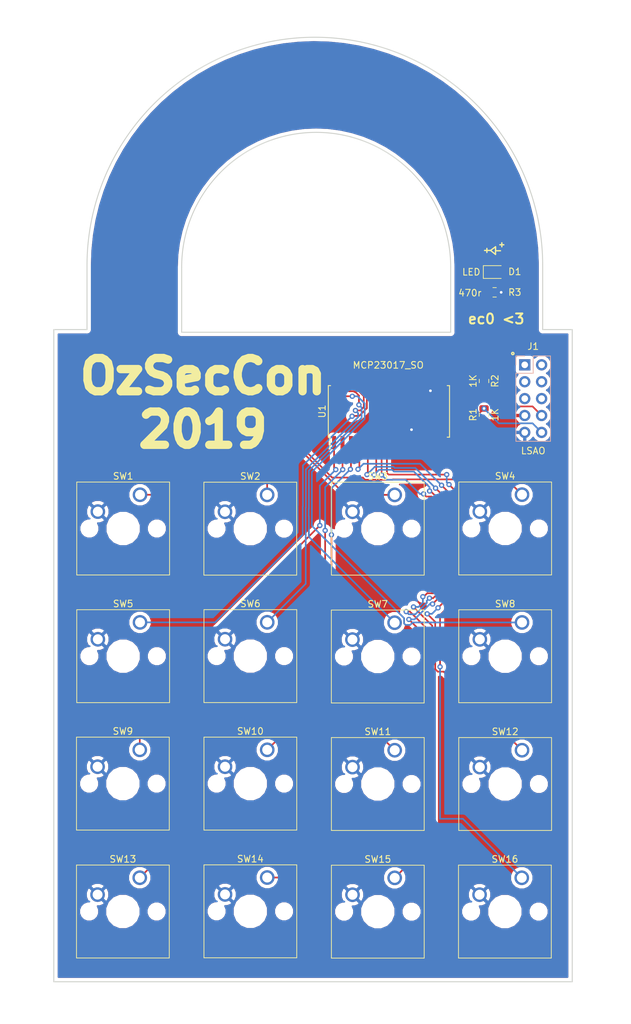
<source format=kicad_pcb>
(kicad_pcb (version 20171130) (host pcbnew 5.0.2-bee76a0~70~ubuntu18.10.1)
  (layers (0 F.Cu signal) (31 B.Cu signal) (34 B.Paste user) (35 F.Paste user) (36 B.SilkS user) (37 F.SilkS user) (38 B.Mask user) (39 F.Mask user) (44 Edge.Cuts user))
  (net 0 "")
  (net 1 VCC)
  (net 2 GND)
  (net 3 SCL)
  (net 4 SDA)
  (net 5 KEY9)
  (net 6 KEY10)
  (net 7 KEY11)
  (net 8 KEY12)
  (net 9 KEY1)
  (net 10 KEY2)
  (net 11 KEY3)
  (net 12 KEY4)
  (net 13 KEY5)
  (net 14 KEY6)
  (net 15 KEY7)
  (net 16 KEY8)
  (net 17 KEY13)
  (net 18 KEY14)
  (net 19 KEY15)
  (net 20 KEY16)
  (net 21 "Net-(D1-Pad1)")
  (module Connector_PinSocket_2.54mm:PinSocket_2x05_P2.54mm_Vertical (layer B.Cu) (at 107.9 94.5 180)
    (fp_text reference J1 (at -1.27 2.77 180) (layer F.SilkS))
    (fp_text value LSAO (at -1.27 -12.93 180) (layer F.SilkS))
    (fp_line (start 0 1.33) (end 1.33 1.33) (layer B.SilkS) (width 0.12))
    (fp_line (start 1.33 1.33) (end 1.33 0) (layer B.SilkS) (width 0.12))
    (fp_line (start -1.27 1.33) (end -1.27 -1.27) (layer B.SilkS) (width 0.12))
    (fp_line (start -1.27 -1.27) (end 1.33 -1.27) (layer B.SilkS) (width 0.12))
    (fp_line (start 1.33 -1.27) (end 1.33 -11.49) (layer B.SilkS) (width 0.12))
    (fp_line (start -3.87 -11.49) (end 1.33 -11.49) (layer B.SilkS) (width 0.12))
    (fp_line (start -3.87 1.33) (end -3.87 -11.49) (layer B.SilkS) (width 0.12))
    (fp_line (start -3.87 1.33) (end -1.27 1.33) (layer B.SilkS) (width 0.12))
    (pad 10 thru_hole oval (at -2.54 -10.16 180) (size 1.7 1.7) (drill 1) (layers *.Cu *.Mask) (net 3 SCL))
    (pad 9 thru_hole oval (at 0 -10.16 180) (size 1.7 1.7) (drill 1) (layers *.Cu *.Mask) (net 2 GND))
    (pad 8 thru_hole oval (at -2.54 -7.62 180) (size 1.7 1.7) (drill 1) (layers *.Cu *.Mask) (net 4 SDA))
    (pad 7 thru_hole oval (at 0 -7.62 180) (size 1.7 1.7) (drill 1) (layers *.Cu *.Mask) (net 1 VCC))
    (pad 6 thru_hole oval (at -2.54 -5.08 180) (size 1.7 1.7) (drill 1) (layers *.Cu *.Mask))
    (pad 5 thru_hole oval (at 0 -5.08 180) (size 1.7 1.7) (drill 1) (layers *.Cu *.Mask))
    (pad 4 thru_hole oval (at -2.54 -2.54 180) (size 1.7 1.7) (drill 1) (layers *.Cu *.Mask))
    (pad 3 thru_hole oval (at 0 -2.54 180) (size 1.7 1.7) (drill 1) (layers *.Cu *.Mask))
    (pad 2 thru_hole oval (at -2.54 0 180) (size 1.7 1.7) (drill 1) (layers *.Cu *.Mask))
    (pad 1 thru_hole rect (at 0 0 180) (size 1.7 1.7) (drill 1) (layers *.Cu *.Mask))
  )
  (module Resistor_SMD:R_0805_2012Metric (layer F.Cu) (at 101.77 102 90)
    (fp_text reference R1 (at 0 -1.65 90) (layer F.SilkS))
    (fp_text value 1K (at 0 1.65 90) (layer F.SilkS))
    (fp_line (start -0.258578 0.71) (end 0.258578 0.71) (layer F.SilkS) (width 0.12))
    (fp_line (start -0.258578 -0.71) (end 0.258578 -0.71) (layer F.SilkS) (width 0.12))
    (pad 2 smd roundrect (at 0.9375 0 90) (size 0.975 1.4) (layers F.Cu F.Paste F.Mask) (net 3 SCL))
    (pad 1 smd roundrect (at -0.9375 0 90) (size 0.975 1.4) (layers F.Cu F.Paste F.Mask) (net 1 VCC))
  )
  (module Resistor_SMD:R_0805_2012Metric (layer F.Cu) (at 101.77 96.93 270)
    (fp_text reference R2 (at 0 -1.65 270) (layer F.SilkS))
    (fp_text value 1K (at 0 1.65 270) (layer F.SilkS))
    (fp_line (start -0.258578 -0.71) (end 0.258578 -0.71) (layer F.SilkS) (width 0.12))
    (fp_line (start -0.258578 0.71) (end 0.258578 0.71) (layer F.SilkS) (width 0.12))
    (pad 1 smd roundrect (at -0.9375 0 270) (size 0.975 1.4) (layers F.Cu F.Paste F.Mask) (net 1 VCC))
    (pad 2 smd roundrect (at 0.9375 0 270) (size 0.975 1.4) (layers F.Cu F.Paste F.Mask) (net 4 SDA))
  )
  (module Button_Switch_Keyboard:SW_Cherry_MX1A_1.00u_PCB (layer F.Cu) (at 49.98 114.03)
    (fp_text reference SW1 (at -2.54 -2.794) (layer F.SilkS))
    (fp_text value SW_Push)
    (fp_line (start -9.525 12.065) (end -9.525 -1.905) (layer F.SilkS) (width 0.12))
    (fp_line (start 4.445 12.065) (end -9.525 12.065) (layer F.SilkS) (width 0.12))
    (fp_line (start 4.445 -1.905) (end 4.445 12.065) (layer F.SilkS) (width 0.12))
    (fp_line (start -9.525 -1.905) (end 4.445 -1.905) (layer F.SilkS) (width 0.12))
    (pad "" np_thru_hole circle (at 2.54 5.08) (size 1.7 1.7) (drill 1.7) (layers *.Cu *.Mask))
    (pad "" np_thru_hole circle (at -7.62 5.08) (size 1.7 1.7) (drill 1.7) (layers *.Cu *.Mask))
    (pad "" np_thru_hole circle (at -2.54 5.08) (size 4 4) (drill 4) (layers *.Cu *.Mask))
    (pad 2 thru_hole circle (at -6.35 2.54) (size 2.2 2.2) (drill 1.5) (layers *.Cu *.Mask) (net 2 GND))
    (pad 1 thru_hole circle (at 0 0) (size 2.2 2.2) (drill 1.5) (layers *.Cu *.Mask) (net 9 KEY1))
  )
  (module Button_Switch_Keyboard:SW_Cherry_MX1A_1.00u_PCB (layer F.Cu) (at 69.12 114.05)
    (fp_text reference SW2 (at -2.54 -2.794) (layer F.SilkS))
    (fp_text value SW_Push)
    (fp_line (start -9.525 -1.905) (end 4.445 -1.905) (layer F.SilkS) (width 0.12))
    (fp_line (start 4.445 -1.905) (end 4.445 12.065) (layer F.SilkS) (width 0.12))
    (fp_line (start 4.445 12.065) (end -9.525 12.065) (layer F.SilkS) (width 0.12))
    (fp_line (start -9.525 12.065) (end -9.525 -1.905) (layer F.SilkS) (width 0.12))
    (pad 1 thru_hole circle (at 0 0) (size 2.2 2.2) (drill 1.5) (layers *.Cu *.Mask) (net 10 KEY2))
    (pad 2 thru_hole circle (at -6.35 2.54) (size 2.2 2.2) (drill 1.5) (layers *.Cu *.Mask) (net 2 GND))
    (pad "" np_thru_hole circle (at -2.54 5.08) (size 4 4) (drill 4) (layers *.Cu *.Mask))
    (pad "" np_thru_hole circle (at -7.62 5.08) (size 1.7 1.7) (drill 1.7) (layers *.Cu *.Mask))
    (pad "" np_thru_hole circle (at 2.54 5.08) (size 1.7 1.7) (drill 1.7) (layers *.Cu *.Mask))
  )
  (module Button_Switch_Keyboard:SW_Cherry_MX1A_1.00u_PCB (layer F.Cu) (at 88.32 114.05)
    (fp_text reference SW3 (at -2.54 -2.794) (layer F.SilkS))
    (fp_text value SW_Push)
    (fp_line (start -9.525 12.065) (end -9.525 -1.905) (layer F.SilkS) (width 0.12))
    (fp_line (start 4.445 12.065) (end -9.525 12.065) (layer F.SilkS) (width 0.12))
    (fp_line (start 4.445 -1.905) (end 4.445 12.065) (layer F.SilkS) (width 0.12))
    (fp_line (start -9.525 -1.905) (end 4.445 -1.905) (layer F.SilkS) (width 0.12))
    (pad "" np_thru_hole circle (at 2.54 5.08) (size 1.7 1.7) (drill 1.7) (layers *.Cu *.Mask))
    (pad "" np_thru_hole circle (at -7.62 5.08) (size 1.7 1.7) (drill 1.7) (layers *.Cu *.Mask))
    (pad "" np_thru_hole circle (at -2.54 5.08) (size 4 4) (drill 4) (layers *.Cu *.Mask))
    (pad 2 thru_hole circle (at -6.35 2.54) (size 2.2 2.2) (drill 1.5) (layers *.Cu *.Mask) (net 2 GND))
    (pad 1 thru_hole circle (at 0 0) (size 2.2 2.2) (drill 1.5) (layers *.Cu *.Mask) (net 11 KEY3))
  )
  (module Button_Switch_Keyboard:SW_Cherry_MX1A_1.00u_PCB (layer F.Cu) (at 107.49 114.02)
    (fp_text reference SW4 (at -2.54 -2.794) (layer F.SilkS))
    (fp_text value SW_Push)
    (fp_line (start -9.525 -1.905) (end 4.445 -1.905) (layer F.SilkS) (width 0.12))
    (fp_line (start 4.445 -1.905) (end 4.445 12.065) (layer F.SilkS) (width 0.12))
    (fp_line (start 4.445 12.065) (end -9.525 12.065) (layer F.SilkS) (width 0.12))
    (fp_line (start -9.525 12.065) (end -9.525 -1.905) (layer F.SilkS) (width 0.12))
    (pad 1 thru_hole circle (at 0 0) (size 2.2 2.2) (drill 1.5) (layers *.Cu *.Mask) (net 12 KEY4))
    (pad 2 thru_hole circle (at -6.35 2.54) (size 2.2 2.2) (drill 1.5) (layers *.Cu *.Mask) (net 2 GND))
    (pad "" np_thru_hole circle (at -2.54 5.08) (size 4 4) (drill 4) (layers *.Cu *.Mask))
    (pad "" np_thru_hole circle (at -7.62 5.08) (size 1.7 1.7) (drill 1.7) (layers *.Cu *.Mask))
    (pad "" np_thru_hole circle (at 2.54 5.08) (size 1.7 1.7) (drill 1.7) (layers *.Cu *.Mask))
  )
  (module Button_Switch_Keyboard:SW_Cherry_MX1A_1.00u_PCB (layer F.Cu) (at 49.98 133.22)
    (fp_text reference SW5 (at -2.54 -2.794) (layer F.SilkS))
    (fp_text value SW_Push)
    (fp_line (start -9.525 12.065) (end -9.525 -1.905) (layer F.SilkS) (width 0.12))
    (fp_line (start 4.445 12.065) (end -9.525 12.065) (layer F.SilkS) (width 0.12))
    (fp_line (start 4.445 -1.905) (end 4.445 12.065) (layer F.SilkS) (width 0.12))
    (fp_line (start -9.525 -1.905) (end 4.445 -1.905) (layer F.SilkS) (width 0.12))
    (pad "" np_thru_hole circle (at 2.54 5.08) (size 1.7 1.7) (drill 1.7) (layers *.Cu *.Mask))
    (pad "" np_thru_hole circle (at -7.62 5.08) (size 1.7 1.7) (drill 1.7) (layers *.Cu *.Mask))
    (pad "" np_thru_hole circle (at -2.54 5.08) (size 4 4) (drill 4) (layers *.Cu *.Mask))
    (pad 2 thru_hole circle (at -6.35 2.54) (size 2.2 2.2) (drill 1.5) (layers *.Cu *.Mask) (net 2 GND))
    (pad 1 thru_hole circle (at 0 0) (size 2.2 2.2) (drill 1.5) (layers *.Cu *.Mask) (net 13 KEY5))
  )
  (module Button_Switch_Keyboard:SW_Cherry_MX1A_1.00u_PCB (layer F.Cu) (at 69.13 133.21)
    (fp_text reference SW6 (at -2.54 -2.794) (layer F.SilkS))
    (fp_text value SW_Push)
    (fp_line (start -9.525 12.065) (end -9.525 -1.905) (layer F.SilkS) (width 0.12))
    (fp_line (start 4.445 12.065) (end -9.525 12.065) (layer F.SilkS) (width 0.12))
    (fp_line (start 4.445 -1.905) (end 4.445 12.065) (layer F.SilkS) (width 0.12))
    (fp_line (start -9.525 -1.905) (end 4.445 -1.905) (layer F.SilkS) (width 0.12))
    (pad "" np_thru_hole circle (at 2.54 5.08) (size 1.7 1.7) (drill 1.7) (layers *.Cu *.Mask))
    (pad "" np_thru_hole circle (at -7.62 5.08) (size 1.7 1.7) (drill 1.7) (layers *.Cu *.Mask))
    (pad "" np_thru_hole circle (at -2.54 5.08) (size 4 4) (drill 4) (layers *.Cu *.Mask))
    (pad 2 thru_hole circle (at -6.35 2.54) (size 2.2 2.2) (drill 1.5) (layers *.Cu *.Mask) (net 2 GND))
    (pad 1 thru_hole circle (at 0 0) (size 2.2 2.2) (drill 1.5) (layers *.Cu *.Mask) (net 14 KEY6))
  )
  (module Button_Switch_Keyboard:SW_Cherry_MX1A_1.00u_PCB (layer F.Cu) (at 88.31 133.27)
    (fp_text reference SW7 (at -2.54 -2.794) (layer F.SilkS))
    (fp_text value SW_Push)
    (fp_line (start -9.525 -1.905) (end 4.445 -1.905) (layer F.SilkS) (width 0.12))
    (fp_line (start 4.445 -1.905) (end 4.445 12.065) (layer F.SilkS) (width 0.12))
    (fp_line (start 4.445 12.065) (end -9.525 12.065) (layer F.SilkS) (width 0.12))
    (fp_line (start -9.525 12.065) (end -9.525 -1.905) (layer F.SilkS) (width 0.12))
    (pad 1 thru_hole circle (at 0 0) (size 2.2 2.2) (drill 1.5) (layers *.Cu *.Mask) (net 15 KEY7))
    (pad 2 thru_hole circle (at -6.35 2.54) (size 2.2 2.2) (drill 1.5) (layers *.Cu *.Mask) (net 2 GND))
    (pad "" np_thru_hole circle (at -2.54 5.08) (size 4 4) (drill 4) (layers *.Cu *.Mask))
    (pad "" np_thru_hole circle (at -7.62 5.08) (size 1.7 1.7) (drill 1.7) (layers *.Cu *.Mask))
    (pad "" np_thru_hole circle (at 2.54 5.08) (size 1.7 1.7) (drill 1.7) (layers *.Cu *.Mask))
  )
  (module Button_Switch_Keyboard:SW_Cherry_MX1A_1.00u_PCB (layer F.Cu) (at 107.49 133.23)
    (fp_text reference SW8 (at -2.54 -2.794) (layer F.SilkS))
    (fp_text value SW_Push)
    (fp_line (start -9.525 12.065) (end -9.525 -1.905) (layer F.SilkS) (width 0.12))
    (fp_line (start 4.445 12.065) (end -9.525 12.065) (layer F.SilkS) (width 0.12))
    (fp_line (start 4.445 -1.905) (end 4.445 12.065) (layer F.SilkS) (width 0.12))
    (fp_line (start -9.525 -1.905) (end 4.445 -1.905) (layer F.SilkS) (width 0.12))
    (pad "" np_thru_hole circle (at 2.54 5.08) (size 1.7 1.7) (drill 1.7) (layers *.Cu *.Mask))
    (pad "" np_thru_hole circle (at -7.62 5.08) (size 1.7 1.7) (drill 1.7) (layers *.Cu *.Mask))
    (pad "" np_thru_hole circle (at -2.54 5.08) (size 4 4) (drill 4) (layers *.Cu *.Mask))
    (pad 2 thru_hole circle (at -6.35 2.54) (size 2.2 2.2) (drill 1.5) (layers *.Cu *.Mask) (net 2 GND))
    (pad 1 thru_hole circle (at 0 0) (size 2.2 2.2) (drill 1.5) (layers *.Cu *.Mask) (net 16 KEY8))
  )
  (module Button_Switch_Keyboard:SW_Cherry_MX1A_1.00u_PCB (layer F.Cu) (at 49.94 152.38)
    (fp_text reference SW9 (at -2.54 -2.794) (layer F.SilkS))
    (fp_text value SW_Push)
    (fp_line (start -9.525 -1.905) (end 4.445 -1.905) (layer F.SilkS) (width 0.12))
    (fp_line (start 4.445 -1.905) (end 4.445 12.065) (layer F.SilkS) (width 0.12))
    (fp_line (start 4.445 12.065) (end -9.525 12.065) (layer F.SilkS) (width 0.12))
    (fp_line (start -9.525 12.065) (end -9.525 -1.905) (layer F.SilkS) (width 0.12))
    (pad 1 thru_hole circle (at 0 0) (size 2.2 2.2) (drill 1.5) (layers *.Cu *.Mask) (net 5 KEY9))
    (pad 2 thru_hole circle (at -6.35 2.54) (size 2.2 2.2) (drill 1.5) (layers *.Cu *.Mask) (net 2 GND))
    (pad "" np_thru_hole circle (at -2.54 5.08) (size 4 4) (drill 4) (layers *.Cu *.Mask))
    (pad "" np_thru_hole circle (at -7.62 5.08) (size 1.7 1.7) (drill 1.7) (layers *.Cu *.Mask))
    (pad "" np_thru_hole circle (at 2.54 5.08) (size 1.7 1.7) (drill 1.7) (layers *.Cu *.Mask))
  )
  (module Button_Switch_Keyboard:SW_Cherry_MX1A_1.00u_PCB (layer F.Cu) (at 69.13 152.38)
    (fp_text reference SW10 (at -2.54 -2.794) (layer F.SilkS))
    (fp_text value SW_Push)
    (fp_line (start -9.525 12.065) (end -9.525 -1.905) (layer F.SilkS) (width 0.12))
    (fp_line (start 4.445 12.065) (end -9.525 12.065) (layer F.SilkS) (width 0.12))
    (fp_line (start 4.445 -1.905) (end 4.445 12.065) (layer F.SilkS) (width 0.12))
    (fp_line (start -9.525 -1.905) (end 4.445 -1.905) (layer F.SilkS) (width 0.12))
    (pad "" np_thru_hole circle (at 2.54 5.08) (size 1.7 1.7) (drill 1.7) (layers *.Cu *.Mask))
    (pad "" np_thru_hole circle (at -7.62 5.08) (size 1.7 1.7) (drill 1.7) (layers *.Cu *.Mask))
    (pad "" np_thru_hole circle (at -2.54 5.08) (size 4 4) (drill 4) (layers *.Cu *.Mask))
    (pad 2 thru_hole circle (at -6.35 2.54) (size 2.2 2.2) (drill 1.5) (layers *.Cu *.Mask) (net 2 GND))
    (pad 1 thru_hole circle (at 0 0) (size 2.2 2.2) (drill 1.5) (layers *.Cu *.Mask) (net 6 KEY10))
  )
  (module Button_Switch_Keyboard:SW_Cherry_MX1A_1.00u_PCB (layer F.Cu) (at 88.32 152.44)
    (fp_text reference SW11 (at -2.54 -2.794) (layer F.SilkS))
    (fp_text value SW_Push)
    (fp_line (start -9.525 -1.905) (end 4.445 -1.905) (layer F.SilkS) (width 0.12))
    (fp_line (start 4.445 -1.905) (end 4.445 12.065) (layer F.SilkS) (width 0.12))
    (fp_line (start 4.445 12.065) (end -9.525 12.065) (layer F.SilkS) (width 0.12))
    (fp_line (start -9.525 12.065) (end -9.525 -1.905) (layer F.SilkS) (width 0.12))
    (pad 1 thru_hole circle (at 0 0) (size 2.2 2.2) (drill 1.5) (layers *.Cu *.Mask) (net 7 KEY11))
    (pad 2 thru_hole circle (at -6.35 2.54) (size 2.2 2.2) (drill 1.5) (layers *.Cu *.Mask) (net 2 GND))
    (pad "" np_thru_hole circle (at -2.54 5.08) (size 4 4) (drill 4) (layers *.Cu *.Mask))
    (pad "" np_thru_hole circle (at -7.62 5.08) (size 1.7 1.7) (drill 1.7) (layers *.Cu *.Mask))
    (pad "" np_thru_hole circle (at 2.54 5.08) (size 1.7 1.7) (drill 1.7) (layers *.Cu *.Mask))
  )
  (module Button_Switch_Keyboard:SW_Cherry_MX1A_1.00u_PCB (layer F.Cu) (at 107.49 152.44)
    (fp_text reference SW12 (at -2.54 -2.794) (layer F.SilkS))
    (fp_text value SW_Push)
    (fp_line (start -9.525 12.065) (end -9.525 -1.905) (layer F.SilkS) (width 0.12))
    (fp_line (start 4.445 12.065) (end -9.525 12.065) (layer F.SilkS) (width 0.12))
    (fp_line (start 4.445 -1.905) (end 4.445 12.065) (layer F.SilkS) (width 0.12))
    (fp_line (start -9.525 -1.905) (end 4.445 -1.905) (layer F.SilkS) (width 0.12))
    (pad "" np_thru_hole circle (at 2.54 5.08) (size 1.7 1.7) (drill 1.7) (layers *.Cu *.Mask))
    (pad "" np_thru_hole circle (at -7.62 5.08) (size 1.7 1.7) (drill 1.7) (layers *.Cu *.Mask))
    (pad "" np_thru_hole circle (at -2.54 5.08) (size 4 4) (drill 4) (layers *.Cu *.Mask))
    (pad 2 thru_hole circle (at -6.35 2.54) (size 2.2 2.2) (drill 1.5) (layers *.Cu *.Mask) (net 2 GND))
    (pad 1 thru_hole circle (at 0 0) (size 2.2 2.2) (drill 1.5) (layers *.Cu *.Mask) (net 8 KEY12))
  )
  (module Button_Switch_Keyboard:SW_Cherry_MX1A_1.00u_PCB (layer F.Cu) (at 49.94 171.61)
    (fp_text reference SW13 (at -2.54 -2.794) (layer F.SilkS))
    (fp_text value SW_Push)
    (fp_line (start -9.525 12.065) (end -9.525 -1.905) (layer F.SilkS) (width 0.12))
    (fp_line (start 4.445 12.065) (end -9.525 12.065) (layer F.SilkS) (width 0.12))
    (fp_line (start 4.445 -1.905) (end 4.445 12.065) (layer F.SilkS) (width 0.12))
    (fp_line (start -9.525 -1.905) (end 4.445 -1.905) (layer F.SilkS) (width 0.12))
    (pad "" np_thru_hole circle (at 2.54 5.08) (size 1.7 1.7) (drill 1.7) (layers *.Cu *.Mask))
    (pad "" np_thru_hole circle (at -7.62 5.08) (size 1.7 1.7) (drill 1.7) (layers *.Cu *.Mask))
    (pad "" np_thru_hole circle (at -2.54 5.08) (size 4 4) (drill 4) (layers *.Cu *.Mask))
    (pad 2 thru_hole circle (at -6.35 2.54) (size 2.2 2.2) (drill 1.5) (layers *.Cu *.Mask) (net 2 GND))
    (pad 1 thru_hole circle (at 0 0) (size 2.2 2.2) (drill 1.5) (layers *.Cu *.Mask) (net 17 KEY13))
  )
  (module Button_Switch_Keyboard:SW_Cherry_MX1A_1.00u_PCB (layer F.Cu) (at 69.13 171.58)
    (fp_text reference SW14 (at -2.54 -2.794) (layer F.SilkS))
    (fp_text value SW_Push)
    (fp_line (start -9.525 -1.905) (end 4.445 -1.905) (layer F.SilkS) (width 0.12))
    (fp_line (start 4.445 -1.905) (end 4.445 12.065) (layer F.SilkS) (width 0.12))
    (fp_line (start 4.445 12.065) (end -9.525 12.065) (layer F.SilkS) (width 0.12))
    (fp_line (start -9.525 12.065) (end -9.525 -1.905) (layer F.SilkS) (width 0.12))
    (pad 1 thru_hole circle (at 0 0) (size 2.2 2.2) (drill 1.5) (layers *.Cu *.Mask) (net 18 KEY14))
    (pad 2 thru_hole circle (at -6.35 2.54) (size 2.2 2.2) (drill 1.5) (layers *.Cu *.Mask) (net 2 GND))
    (pad "" np_thru_hole circle (at -2.54 5.08) (size 4 4) (drill 4) (layers *.Cu *.Mask))
    (pad "" np_thru_hole circle (at -7.62 5.08) (size 1.7 1.7) (drill 1.7) (layers *.Cu *.Mask))
    (pad "" np_thru_hole circle (at 2.54 5.08) (size 1.7 1.7) (drill 1.7) (layers *.Cu *.Mask))
  )
  (module Button_Switch_Keyboard:SW_Cherry_MX1A_1.00u_PCB (layer F.Cu) (at 88.32 171.63)
    (fp_text reference SW15 (at -2.54 -2.794) (layer F.SilkS))
    (fp_text value SW_Push)
    (fp_line (start -9.525 -1.905) (end 4.445 -1.905) (layer F.SilkS) (width 0.12))
    (fp_line (start 4.445 -1.905) (end 4.445 12.065) (layer F.SilkS) (width 0.12))
    (fp_line (start 4.445 12.065) (end -9.525 12.065) (layer F.SilkS) (width 0.12))
    (fp_line (start -9.525 12.065) (end -9.525 -1.905) (layer F.SilkS) (width 0.12))
    (pad 1 thru_hole circle (at 0 0) (size 2.2 2.2) (drill 1.5) (layers *.Cu *.Mask) (net 19 KEY15))
    (pad 2 thru_hole circle (at -6.35 2.54) (size 2.2 2.2) (drill 1.5) (layers *.Cu *.Mask) (net 2 GND))
    (pad "" np_thru_hole circle (at -2.54 5.08) (size 4 4) (drill 4) (layers *.Cu *.Mask))
    (pad "" np_thru_hole circle (at -7.62 5.08) (size 1.7 1.7) (drill 1.7) (layers *.Cu *.Mask))
    (pad "" np_thru_hole circle (at 2.54 5.08) (size 1.7 1.7) (drill 1.7) (layers *.Cu *.Mask))
  )
  (module Button_Switch_Keyboard:SW_Cherry_MX1A_1.00u_PCB (layer F.Cu) (at 107.45 171.62)
    (fp_text reference SW16 (at -2.54 -2.794) (layer F.SilkS))
    (fp_text value SW_Push)
    (fp_line (start -9.525 -1.905) (end 4.445 -1.905) (layer F.SilkS) (width 0.12))
    (fp_line (start 4.445 -1.905) (end 4.445 12.065) (layer F.SilkS) (width 0.12))
    (fp_line (start 4.445 12.065) (end -9.525 12.065) (layer F.SilkS) (width 0.12))
    (fp_line (start -9.525 12.065) (end -9.525 -1.905) (layer F.SilkS) (width 0.12))
    (pad 1 thru_hole circle (at 0 0) (size 2.2 2.2) (drill 1.5) (layers *.Cu *.Mask) (net 20 KEY16))
    (pad 2 thru_hole circle (at -6.35 2.54) (size 2.2 2.2) (drill 1.5) (layers *.Cu *.Mask) (net 2 GND))
    (pad "" np_thru_hole circle (at -2.54 5.08) (size 4 4) (drill 4) (layers *.Cu *.Mask))
    (pad "" np_thru_hole circle (at -7.62 5.08) (size 1.7 1.7) (drill 1.7) (layers *.Cu *.Mask))
    (pad "" np_thru_hole circle (at 2.54 5.08) (size 1.7 1.7) (drill 1.7) (layers *.Cu *.Mask))
  )
  (module Package_SO:SOIC-28W_7.5x17.9mm_P1.27mm (layer F.Cu) (at 87.45 101.5 90)
    (fp_text reference U1 (at 0 -10.05 90) (layer F.SilkS))
    (fp_text value MCP23017_SO (at 6.95 -0.1 180) (layer F.SilkS))
    (fp_line (start -3.875 -9.125) (end -3.875 -8.875) (layer F.SilkS) (width 0.15))
    (fp_line (start 3.875 -9.125) (end 3.875 -8.78) (layer F.SilkS) (width 0.15))
    (fp_line (start 3.875 9.125) (end 3.875 8.78) (layer F.SilkS) (width 0.15))
    (fp_line (start -3.875 9.125) (end -3.875 8.78) (layer F.SilkS) (width 0.15))
    (fp_line (start -3.875 -9.125) (end 3.875 -9.125) (layer F.SilkS) (width 0.15))
    (fp_line (start -3.875 9.125) (end 3.875 9.125) (layer F.SilkS) (width 0.15))
    (fp_line (start -3.875 -8.875) (end -5.7 -8.875) (layer F.SilkS) (width 0.15))
    (pad 1 smd rect (at -4.7 -8.255 90) (size 2 0.6) (layers F.Cu F.Paste F.Mask) (net 5 KEY9))
    (pad 2 smd rect (at -4.7 -6.985 90) (size 2 0.6) (layers F.Cu F.Paste F.Mask) (net 6 KEY10))
    (pad 3 smd rect (at -4.7 -5.715 90) (size 2 0.6) (layers F.Cu F.Paste F.Mask) (net 7 KEY11))
    (pad 4 smd rect (at -4.7 -4.445 90) (size 2 0.6) (layers F.Cu F.Paste F.Mask) (net 8 KEY12))
    (pad 5 smd rect (at -4.7 -3.175 90) (size 2 0.6) (layers F.Cu F.Paste F.Mask) (net 17 KEY13))
    (pad 6 smd rect (at -4.7 -1.905 90) (size 2 0.6) (layers F.Cu F.Paste F.Mask) (net 18 KEY14))
    (pad 7 smd rect (at -4.7 -0.635 90) (size 2 0.6) (layers F.Cu F.Paste F.Mask) (net 19 KEY15))
    (pad 8 smd rect (at -4.7 0.635 90) (size 2 0.6) (layers F.Cu F.Paste F.Mask) (net 20 KEY16))
    (pad 9 smd rect (at -4.7 1.905 90) (size 2 0.6) (layers F.Cu F.Paste F.Mask) (net 1 VCC))
    (pad 10 smd rect (at -4.7 3.175 90) (size 2 0.6) (layers F.Cu F.Paste F.Mask) (net 2 GND))
    (pad 11 smd rect (at -4.7 4.445 90) (size 2 0.6) (layers F.Cu F.Paste F.Mask))
    (pad 12 smd rect (at -4.7 5.715 90) (size 2 0.6) (layers F.Cu F.Paste F.Mask) (net 3 SCL))
    (pad 13 smd rect (at -4.7 6.985 90) (size 2 0.6) (layers F.Cu F.Paste F.Mask) (net 4 SDA))
    (pad 14 smd rect (at -4.7 8.255 90) (size 2 0.6) (layers F.Cu F.Paste F.Mask))
    (pad 15 smd rect (at 4.7 8.255 90) (size 2 0.6) (layers F.Cu F.Paste F.Mask) (net 1 VCC))
    (pad 16 smd rect (at 4.7 6.985 90) (size 2 0.6) (layers F.Cu F.Paste F.Mask) (net 2 GND))
    (pad 17 smd rect (at 4.7 5.715 90) (size 2 0.6) (layers F.Cu F.Paste F.Mask) (net 2 GND))
    (pad 18 smd rect (at 4.7 4.445 90) (size 2 0.6) (layers F.Cu F.Paste F.Mask) (net 1 VCC))
    (pad 19 smd rect (at 4.7 3.175 90) (size 2 0.6) (layers F.Cu F.Paste F.Mask))
    (pad 20 smd rect (at 4.7 1.905 90) (size 2 0.6) (layers F.Cu F.Paste F.Mask))
    (pad 21 smd rect (at 4.7 0.635 90) (size 2 0.6) (layers F.Cu F.Paste F.Mask) (net 9 KEY1))
    (pad 22 smd rect (at 4.7 -0.635 90) (size 2 0.6) (layers F.Cu F.Paste F.Mask) (net 10 KEY2))
    (pad 23 smd rect (at 4.7 -1.905 90) (size 2 0.6) (layers F.Cu F.Paste F.Mask) (net 11 KEY3))
    (pad 24 smd rect (at 4.7 -3.175 90) (size 2 0.6) (layers F.Cu F.Paste F.Mask) (net 12 KEY4))
    (pad 25 smd rect (at 4.7 -4.445 90) (size 2 0.6) (layers F.Cu F.Paste F.Mask) (net 13 KEY5))
    (pad 26 smd rect (at 4.7 -5.715 90) (size 2 0.6) (layers F.Cu F.Paste F.Mask) (net 14 KEY6))
    (pad 27 smd rect (at 4.7 -6.985 90) (size 2 0.6) (layers F.Cu F.Paste F.Mask) (net 15 KEY7))
    (pad 28 smd rect (at 4.7 -8.255 90) (size 2 0.6) (layers F.Cu F.Paste F.Mask) (net 16 KEY8))
  )
  (module Resistor_SMD:R_0805_2012Metric (layer F.Cu) (at 103.3625 83.6)
    (fp_text reference R3 (at 3.0375 0) (layer F.SilkS))
    (fp_text value 470r (at -3.7125 0.1) (layer F.SilkS))
    (fp_line (start -0.258578 -0.71) (end 0.258578 -0.71) (layer F.SilkS) (width 0.12))
    (fp_line (start -0.258578 0.71) (end 0.258578 0.71) (layer F.SilkS) (width 0.12))
    (pad 1 smd roundrect (at -0.9375 0) (size 0.975 1.4) (layers F.Cu F.Paste F.Mask) (net 21 "Net-(D1-Pad1)"))
    (pad 2 smd roundrect (at 0.9375 0) (size 0.975 1.4) (layers F.Cu F.Paste F.Mask) (net 2 GND))
  )
  (module LED_SMD:LED_0805_2012Metric (layer F.Cu) (at 103.35 80.55)
    (fp_text reference D1 (at 3.05 -0.05) (layer F.SilkS))
    (fp_text value LED (at -3.5 0) (layer F.SilkS))
    (fp_line (start 1 -0.96) (end -1.685 -0.96) (layer F.SilkS) (width 0.12))
    (fp_line (start -1.685 -0.96) (end -1.685 0.96) (layer F.SilkS) (width 0.12))
    (fp_line (start -1.685 0.96) (end 1 0.96) (layer F.SilkS) (width 0.12))
    (pad 1 smd roundrect (at -0.9375 0) (size 0.975 1.4) (layers F.Cu F.Paste F.Mask) (net 21 "Net-(D1-Pad1)"))
    (pad 2 smd roundrect (at 0.9375 0) (size 0.975 1.4) (layers F.Cu F.Paste F.Mask) (net 1 VCC))
  )
  (gr_line (start 104.45 76.15) (end 104.45 76.75) (layer F.SilkS) (width 0.2))
  (gr_line (start 104.15 76.45) (end 104.75 76.45) (layer F.SilkS) (width 0.2))
  (gr_line (start 102.2 77) (end 102.2 77.6) (layer F.SilkS) (width 0.2))
  (gr_line (start 102.75 77.3) (end 101.85 77.3) (layer F.SilkS) (width 0.2))
  (gr_line (start 104.25 77.35) (end 103.5 77.35) (layer F.SilkS) (width 0.2))
  (gr_line (start 103.5 76.75) (end 103.5 77.35) (layer F.SilkS) (width 0.2))
  (gr_line (start 102.75 77.3) (end 103.5 76.75) (layer F.SilkS) (width 0.2))
  (gr_line (start 103.5 77.9) (end 102.75 77.3) (layer F.SilkS) (width 0.2))
  (gr_line (start 103.5 76.75) (end 103.5 77.9) (layer F.SilkS) (width 0.2))
  (gr_text "OzSecCon\n2019" (at 59.45 100.25) (layer F.SilkS) (effects (font (size 5 5) (thickness 1.25))))
  (gr_text "ec0 <3" (at 103.6 87.6) (layer F.SilkS) (effects (font (size 1.5 1.5) (thickness 0.3))))
  (gr_circle (center 106.1 92.8) (end 106.15 92.75) (layer F.SilkS) (width 0.2))
  (gr_line (start 96.75 89.6) (end 56.25 89.6) (layer Edge.Cuts) (width 0.15))
  (gr_line (start 96.75 89.6) (end 96.75 79.8) (layer Edge.Cuts) (width 0.15))
  (gr_line (start 56.25 89.6) (end 56.25 79.8) (layer Edge.Cuts) (width 0.15))
  (gr_line (start 110.6 79.55) (end 110.6 89.2) (layer Edge.Cuts) (width 0.15))
  (gr_line (start 42 89.2) (end 42 79.55) (layer Edge.Cuts) (width 0.15))
  (gr_line (start 37 89.2) (end 42 89.2) (layer Edge.Cuts) (width 0.15))
  (gr_arc (start 76.300145 79.55) (end 110.60029 79.55) (angle -180) (layer Edge.Cuts) (width 0.15))
  (gr_arc (start 76.5 79.8) (end 96.75 79.8) (angle -180) (layer Edge.Cuts) (width 0.15))
  (gr_line (start 37 187.25) (end 37 89.2) (layer Edge.Cuts) (width 0.15))
  (gr_line (start 115.05 89.2) (end 110.6 89.2) (layer Edge.Cuts) (width 0.15))
  (gr_line (start 115.05 187.25) (end 115.05 89.2) (layer Edge.Cuts) (width 0.15))
  (gr_line (start 37 187.25) (end 115.05 187.25) (layer Edge.Cuts) (width 0.15))
  (via (at 104.35 83.6) (size 0.8) (drill 0.4) (layers F.Cu B.Cu) (net 2))
  (via (at 93.7 98.4) (size 0.8) (drill 0.4) (layers F.Cu B.Cu) (net 2))
  (segment (start 94.435 96.8) (end 94.435 97.665) (width 0.25) (layer F.Cu) (net 2))
  (segment (start 94.435 97.665) (end 93.7 98.4) (width 0.25) (layer F.Cu) (net 2))
  (segment (start 93.165 97.865) (end 93.7 98.4) (width 0.25) (layer F.Cu) (net 2))
  (segment (start 93.165 96.8) (end 93.165 97.865) (width 0.25) (layer F.Cu) (net 2))
  (via (at 90.85 104.25) (size 0.8) (drill 0.4) (layers F.Cu B.Cu) (net 2))
  (segment (start 90.625 106.2) (end 90.625 104.475) (width 0.25) (layer F.Cu) (net 2))
  (segment (start 90.625 104.475) (end 90.85 104.25) (width 0.25) (layer F.Cu) (net 2))
  (segment (start 100.74499 102.08751) (end 100.74499 104.65501) (width 0.25) (layer F.Cu) (net 3))
  (segment (start 93.165 108.065) (end 93.165 106.2) (width 0.25) (layer F.Cu) (net 3))
  (segment (start 100.74499 104.65501) (end 97 108.4) (width 0.25) (layer F.Cu) (net 3))
  (segment (start 97 108.4) (end 93.5 108.4) (width 0.25) (layer F.Cu) (net 3))
  (segment (start 101.77 101.0625) (end 100.74499 102.08751) (width 0.25) (layer F.Cu) (net 3))
  (segment (start 93.5 108.4) (end 93.165 108.065) (width 0.25) (layer F.Cu) (net 3))
  (via (at 101.77 101.0625) (size 0.8) (drill 0.4) (layers F.Cu B.Cu) (net 3))
  (segment (start 109.075001 103.295001) (end 109.590001 103.810001) (width 0.25) (layer B.Cu) (net 3))
  (segment (start 104.002501 103.295001) (end 109.075001 103.295001) (width 0.25) (layer B.Cu) (net 3))
  (segment (start 109.590001 103.810001) (end 110.44 104.66) (width 0.25) (layer B.Cu) (net 3))
  (segment (start 101.77 101.0625) (end 104.002501 103.295001) (width 0.25) (layer B.Cu) (net 3))
  (segment (start 109.590001 101.270001) (end 110.44 102.12) (width 0.25) (layer F.Cu) (net 4))
  (segment (start 109.075001 100.755001) (end 109.590001 101.270001) (width 0.25) (layer F.Cu) (net 4))
  (segment (start 104.657501 100.755001) (end 109.075001 100.755001) (width 0.25) (layer F.Cu) (net 4))
  (segment (start 101.77 97.8675) (end 104.657501 100.755001) (width 0.25) (layer F.Cu) (net 4))
  (segment (start 101.213763 98.423737) (end 101.77 97.8675) (width 0.25) (layer F.Cu) (net 4))
  (segment (start 94.435 105.2025) (end 101.213763 98.423737) (width 0.25) (layer F.Cu) (net 4))
  (segment (start 94.435 106.2) (end 94.435 105.2025) (width 0.25) (layer F.Cu) (net 4))
  (via (at 79.45 110.25) (size 0.8) (drill 0.4) (layers F.Cu B.Cu) (net 5))
  (segment (start 79.195 106.2) (end 79.195 109.995) (width 0.25) (layer F.Cu) (net 5))
  (segment (start 79.195 109.995) (end 79.45 110.25) (width 0.25) (layer F.Cu) (net 5))
  (segment (start 79.45 110.25) (end 79.050001 110.649999) (width 0.25) (layer B.Cu) (net 5))
  (segment (start 79.050001 110.649999) (end 77.05 112.65) (width 0.25) (layer B.Cu) (net 5))
  (via (at 77.05 118.65) (size 0.8) (drill 0.4) (layers F.Cu B.Cu) (net 5))
  (segment (start 77.05 112.65) (end 77.05 118.65) (width 0.25) (layer B.Cu) (net 5))
  (segment (start 49.94 145.76) (end 49.94 152.38) (width 0.25) (layer F.Cu) (net 5))
  (segment (start 77.05 118.65) (end 49.94 145.76) (width 0.25) (layer F.Cu) (net 5))
  (via (at 80.5 110.25) (size 0.8) (drill 0.4) (layers F.Cu B.Cu) (net 6))
  (segment (start 80.465 106.2) (end 80.465 110.215) (width 0.25) (layer F.Cu) (net 6))
  (segment (start 80.465 110.215) (end 80.5 110.25) (width 0.25) (layer F.Cu) (net 6))
  (via (at 77.85 119.4) (size 0.8) (drill 0.4) (layers F.Cu B.Cu) (net 6))
  (segment (start 80.5 110.25) (end 77.85 112.9) (width 0.25) (layer B.Cu) (net 6))
  (segment (start 77.85 112.9) (end 77.85 119.4) (width 0.25) (layer B.Cu) (net 6))
  (segment (start 77.85 143.66) (end 69.13 152.38) (width 0.25) (layer F.Cu) (net 6))
  (segment (start 77.85 119.4) (end 77.85 143.66) (width 0.25) (layer F.Cu) (net 6))
  (via (at 81.65 110.2) (size 0.8) (drill 0.4) (layers F.Cu B.Cu) (net 7))
  (segment (start 81.735 106.2) (end 81.735 110.115) (width 0.25) (layer F.Cu) (net 7))
  (segment (start 81.735 110.115) (end 81.65 110.2) (width 0.25) (layer F.Cu) (net 7))
  (via (at 78.8 120.05) (size 0.8) (drill 0.4) (layers F.Cu B.Cu) (net 7))
  (segment (start 81.65 110.2) (end 78.8 113.05) (width 0.25) (layer B.Cu) (net 7))
  (segment (start 78.8 113.05) (end 78.8 120.05) (width 0.25) (layer B.Cu) (net 7))
  (segment (start 78.8 120.05) (end 78.8 143.25) (width 0.25) (layer F.Cu) (net 7))
  (segment (start 79.13 143.25) (end 88.32 152.44) (width 0.25) (layer F.Cu) (net 7))
  (segment (start 78.8 143.25) (end 79.13 143.25) (width 0.25) (layer F.Cu) (net 7))
  (via (at 82.8 110.2) (size 0.8) (drill 0.4) (layers F.Cu B.Cu) (net 8))
  (segment (start 83.005 106.2) (end 83.005 109.995) (width 0.25) (layer F.Cu) (net 8))
  (segment (start 83.005 109.995) (end 82.8 110.2) (width 0.25) (layer F.Cu) (net 8))
  (via (at 93.211514 131.936194) (size 0.8) (drill 0.4) (layers F.Cu B.Cu) (net 8))
  (via (at 95.375003 112.605997) (size 0.8) (drill 0.4) (layers F.Cu B.Cu) (net 8))
  (segment (start 95.375003 112.605997) (end 96.700033 113.931027) (width 0.25) (layer F.Cu) (net 8))
  (segment (start 94.439808 131.433673) (end 94.839807 131.033674) (width 0.25) (layer B.Cu) (net 8))
  (segment (start 93.211514 131.936194) (end 93.937287 131.936194) (width 0.25) (layer B.Cu) (net 8))
  (via (at 94.839807 131.033674) (size 0.8) (drill 0.4) (layers F.Cu B.Cu) (net 8))
  (segment (start 93.937287 131.936194) (end 94.439808 131.433673) (width 0.25) (layer B.Cu) (net 8))
  (segment (start 95.239806 130.633675) (end 94.839807 131.033674) (width 0.25) (layer F.Cu) (net 8))
  (segment (start 96.700033 113.931027) (end 96.700033 129.173448) (width 0.25) (layer F.Cu) (net 8))
  (segment (start 96.700033 129.173448) (end 95.239806 130.633675) (width 0.25) (layer F.Cu) (net 8))
  (segment (start 83.625023 109.374977) (end 92.143983 109.374977) (width 0.25) (layer B.Cu) (net 8))
  (segment (start 94.975004 112.205998) (end 95.375003 112.605997) (width 0.25) (layer B.Cu) (net 8))
  (segment (start 92.143983 109.374977) (end 94.975004 112.205998) (width 0.25) (layer B.Cu) (net 8))
  (segment (start 82.8 110.2) (end 83.625023 109.374977) (width 0.25) (layer B.Cu) (net 8))
  (segment (start 94.424998 140.248002) (end 94.424998 133.149678) (width 0.25) (layer F.Cu) (net 8))
  (segment (start 94.801998 140.625002) (end 94.424998 140.248002) (width 0.25) (layer F.Cu) (net 8))
  (segment (start 93.611513 132.336193) (end 93.211514 131.936194) (width 0.25) (layer F.Cu) (net 8))
  (segment (start 95.675002 140.625002) (end 94.801998 140.625002) (width 0.25) (layer F.Cu) (net 8))
  (segment (start 94.424998 133.149678) (end 93.611513 132.336193) (width 0.25) (layer F.Cu) (net 8))
  (segment (start 107.49 152.44) (end 95.675002 140.625002) (width 0.25) (layer F.Cu) (net 8))
  (segment (start 58.170766 114.03) (end 51.535634 114.03) (width 0.25) (layer F.Cu) (net 9))
  (segment (start 78.075799 94.124966) (end 77.625789 94.574977) (width 0.25) (layer F.Cu) (net 9))
  (segment (start 88.085 96.1) (end 86.109966 94.124966) (width 0.25) (layer F.Cu) (net 9))
  (segment (start 77.625789 94.574977) (end 58.170766 114.03) (width 0.25) (layer F.Cu) (net 9))
  (segment (start 86.109966 94.124966) (end 78.075799 94.124966) (width 0.25) (layer F.Cu) (net 9))
  (segment (start 88.085 96.8) (end 88.085 96.1) (width 0.25) (layer F.Cu) (net 9))
  (segment (start 51.535634 114.03) (end 49.98 114.03) (width 0.25) (layer F.Cu) (net 9))
  (segment (start 69.12 112.494366) (end 69.12 114.05) (width 0.25) (layer F.Cu) (net 10))
  (segment (start 86.815 96.8) (end 86.815 96.1) (width 0.25) (layer F.Cu) (net 10))
  (segment (start 78.262199 94.574977) (end 69.12 103.717176) (width 0.25) (layer F.Cu) (net 10))
  (segment (start 85.289977 94.574977) (end 78.262199 94.574977) (width 0.25) (layer F.Cu) (net 10))
  (segment (start 86.815 96.1) (end 85.289977 94.574977) (width 0.25) (layer F.Cu) (net 10))
  (segment (start 69.12 103.717176) (end 69.12 112.494366) (width 0.25) (layer F.Cu) (net 10))
  (segment (start 85.545 96.8) (end 85.545 96.1) (width 0.25) (layer F.Cu) (net 11))
  (segment (start 86.764366 114.05) (end 88.32 114.05) (width 0.25) (layer F.Cu) (net 11))
  (segment (start 78.448599 95.024988) (end 74.799989 98.673598) (width 0.25) (layer F.Cu) (net 11))
  (segment (start 84.469988 95.024988) (end 78.448599 95.024988) (width 0.25) (layer F.Cu) (net 11))
  (segment (start 85.545 96.1) (end 84.469988 95.024988) (width 0.25) (layer F.Cu) (net 11))
  (segment (start 80.863589 114.05) (end 86.764366 114.05) (width 0.25) (layer F.Cu) (net 11))
  (segment (start 74.799989 107.9864) (end 80.863589 114.05) (width 0.25) (layer F.Cu) (net 11))
  (segment (start 74.799989 98.673598) (end 74.799989 107.9864) (width 0.25) (layer F.Cu) (net 11))
  (segment (start 84.275 96.1) (end 83.714999 95.539999) (width 0.25) (layer F.Cu) (net 12))
  (segment (start 83.851998 111.775002) (end 87.998002 111.775002) (width 0.25) (layer F.Cu) (net 12))
  (segment (start 83.565001 95.474999) (end 78.634999 95.474999) (width 0.25) (layer F.Cu) (net 12))
  (segment (start 87.998002 111.775002) (end 88.048002 111.725002) (width 0.25) (layer F.Cu) (net 12))
  (segment (start 78.9 111.45) (end 83.526996 111.45) (width 0.25) (layer F.Cu) (net 12))
  (segment (start 88.048002 111.725002) (end 105.195002 111.725002) (width 0.25) (layer F.Cu) (net 12))
  (segment (start 75.25 107.8) (end 78.9 111.45) (width 0.25) (layer F.Cu) (net 12))
  (segment (start 106.390001 112.920001) (end 107.49 114.02) (width 0.25) (layer F.Cu) (net 12))
  (segment (start 84.275 96.8) (end 84.275 96.1) (width 0.25) (layer F.Cu) (net 12))
  (segment (start 83.714999 95.539999) (end 83.630001 95.539999) (width 0.25) (layer F.Cu) (net 12))
  (segment (start 75.25 98.859998) (end 75.25 107.8) (width 0.25) (layer F.Cu) (net 12))
  (segment (start 83.526996 111.45) (end 83.851998 111.775002) (width 0.25) (layer F.Cu) (net 12))
  (segment (start 83.630001 95.539999) (end 83.565001 95.474999) (width 0.25) (layer F.Cu) (net 12))
  (segment (start 105.195002 111.725002) (end 106.390001 112.920001) (width 0.25) (layer F.Cu) (net 12))
  (segment (start 78.634999 95.474999) (end 75.25 98.859998) (width 0.25) (layer F.Cu) (net 12))
  (segment (start 82.976923 102.18066) (end 82.573296 102.18066) (width 0.25) (layer F.Cu) (net 13))
  (segment (start 83.005 96.8) (end 83.005 97.5) (width 0.25) (layer F.Cu) (net 13))
  (segment (start 82.007611 102.18066) (end 81.962385 102.225886) (width 0.25) (layer F.Cu) (net 13))
  (via (at 81.908008 102.225886) (size 0.8) (drill 0.4) (layers F.Cu B.Cu) (net 13))
  (segment (start 84.13252 101.025063) (end 82.976923 102.18066) (width 0.25) (layer F.Cu) (net 13))
  (segment (start 84.13252 98.62752) (end 84.13252 101.025063) (width 0.25) (layer F.Cu) (net 13))
  (segment (start 82.573296 102.18066) (end 82.007611 102.18066) (width 0.25) (layer F.Cu) (net 13))
  (segment (start 83.005 97.5) (end 84.13252 98.62752) (width 0.25) (layer F.Cu) (net 13))
  (segment (start 81.962385 102.225886) (end 81.908008 102.225886) (width 0.25) (layer F.Cu) (net 13))
  (segment (start 49.98 133.22) (end 61.28 133.22) (width 0.25) (layer B.Cu) (net 13))
  (segment (start 61.28 133.22) (end 74.474965 120.025035) (width 0.25) (layer B.Cu) (net 13))
  (segment (start 74.499967 115.767796) (end 74.499967 109.633927) (width 0.25) (layer B.Cu) (net 13))
  (segment (start 74.474965 120.025035) (end 74.474965 115.792798) (width 0.25) (layer B.Cu) (net 13))
  (segment (start 74.499967 109.633927) (end 81.508009 102.625885) (width 0.25) (layer B.Cu) (net 13))
  (segment (start 74.474965 115.792798) (end 74.499967 115.767796) (width 0.25) (layer B.Cu) (net 13))
  (segment (start 81.508009 102.625885) (end 81.908008 102.225886) (width 0.25) (layer B.Cu) (net 13))
  (segment (start 81.735 97.5) (end 81.75 97.515) (width 0.25) (layer F.Cu) (net 14))
  (segment (start 81.735 96.8) (end 81.735 97.5) (width 0.25) (layer F.Cu) (net 14))
  (segment (start 81.819998 97.5) (end 82.444999 98.125001) (width 0.25) (layer F.Cu) (net 14))
  (segment (start 82.444999 98.125001) (end 82.584416 98.125001) (width 0.25) (layer F.Cu) (net 14))
  (segment (start 82.584416 98.125001) (end 83.662036 99.202621) (width 0.25) (layer F.Cu) (net 14))
  (segment (start 83.662036 100.859136) (end 83.15984 101.361332) (width 0.25) (layer F.Cu) (net 14))
  (segment (start 83.662036 99.202621) (end 83.662036 100.859136) (width 0.25) (layer F.Cu) (net 14))
  (segment (start 83.15984 101.361332) (end 82.976235 101.361332) (width 0.25) (layer F.Cu) (net 14))
  (via (at 82.41055 101.361332) (size 0.8) (drill 0.4) (layers F.Cu B.Cu) (net 14))
  (segment (start 81.735 97.5) (end 81.819998 97.5) (width 0.25) (layer F.Cu) (net 14))
  (segment (start 82.976235 101.361332) (end 82.41055 101.361332) (width 0.25) (layer F.Cu) (net 14))
  (segment (start 74.949978 110.2272) (end 82.810549 102.366629) (width 0.25) (layer B.Cu) (net 14))
  (segment (start 82.810549 102.366629) (end 82.810549 101.761331) (width 0.25) (layer B.Cu) (net 14))
  (segment (start 74.924976 115.979198) (end 74.949978 115.954196) (width 0.25) (layer B.Cu) (net 14))
  (segment (start 74.949978 115.954196) (end 74.949978 110.2272) (width 0.25) (layer B.Cu) (net 14))
  (segment (start 69.13 133.21) (end 74.924976 127.415024) (width 0.25) (layer B.Cu) (net 14))
  (segment (start 82.810549 101.761331) (end 82.41055 101.361332) (width 0.25) (layer B.Cu) (net 14))
  (segment (start 74.924976 127.415024) (end 74.924976 115.979198) (width 0.25) (layer B.Cu) (net 14))
  (segment (start 82.158585 98.474998) (end 82.258599 98.575012) (width 0.25) (layer F.Cu) (net 15))
  (segment (start 82.937034 99.11403) (end 82.937034 99.945449) (width 0.25) (layer F.Cu) (net 15))
  (via (at 82.937034 100.511134) (size 0.8) (drill 0.4) (layers F.Cu B.Cu) (net 15))
  (segment (start 82.937034 99.945449) (end 82.937034 100.511134) (width 0.25) (layer F.Cu) (net 15))
  (segment (start 81.439998 98.474998) (end 82.158585 98.474998) (width 0.25) (layer F.Cu) (net 15))
  (segment (start 80.465 97.5) (end 81.439998 98.474998) (width 0.25) (layer F.Cu) (net 15))
  (segment (start 80.465 96.8) (end 80.465 97.5) (width 0.25) (layer F.Cu) (net 15))
  (segment (start 82.258599 98.575012) (end 82.398016 98.575012) (width 0.25) (layer F.Cu) (net 15))
  (segment (start 82.398016 98.575012) (end 82.937034 99.11403) (width 0.25) (layer F.Cu) (net 15))
  (segment (start 75.399989 116.140596) (end 75.399989 110.4136) (width 0.25) (layer B.Cu) (net 15))
  (segment (start 83.337033 100.911133) (end 82.937034 100.511134) (width 0.25) (layer B.Cu) (net 15))
  (segment (start 75.399989 117.259404) (end 75.374987 117.234402) (width 0.25) (layer B.Cu) (net 15))
  (segment (start 83.337033 102.476556) (end 83.337033 100.911133) (width 0.25) (layer B.Cu) (net 15))
  (segment (start 75.399989 120.359989) (end 75.399989 117.259404) (width 0.25) (layer B.Cu) (net 15))
  (segment (start 75.374987 117.234402) (end 75.374987 116.165598) (width 0.25) (layer B.Cu) (net 15))
  (segment (start 75.399989 110.4136) (end 83.337033 102.476556) (width 0.25) (layer B.Cu) (net 15))
  (segment (start 75.374987 116.165598) (end 75.399989 116.140596) (width 0.25) (layer B.Cu) (net 15))
  (segment (start 88.31 133.27) (end 75.399989 120.359989) (width 0.25) (layer B.Cu) (net 15))
  (via (at 81.937613 99.225095) (size 0.8) (drill 0.4) (layers F.Cu B.Cu) (net 16))
  (segment (start 80.920095 99.225095) (end 81.937613 99.225095) (width 0.25) (layer F.Cu) (net 16))
  (segment (start 79.195 96.8) (end 79.195 97.5) (width 0.25) (layer F.Cu) (net 16))
  (segment (start 79.195 97.5) (end 80.920095 99.225095) (width 0.25) (layer F.Cu) (net 16))
  (segment (start 81.937613 99.225095) (end 82.723997 99.225095) (width 0.25) (layer B.Cu) (net 16))
  (segment (start 105.934366 133.23) (end 107.49 133.23) (width 0.25) (layer B.Cu) (net 16))
  (segment (start 83.8 100.301098) (end 83.8 102.65) (width 0.25) (layer B.Cu) (net 16))
  (segment (start 82.723997 99.225095) (end 83.8 100.301098) (width 0.25) (layer B.Cu) (net 16))
  (segment (start 75.85 118.700998) (end 89.735001 132.585999) (width 0.25) (layer B.Cu) (net 16))
  (segment (start 90.65302 133.605339) (end 91.028359 133.23) (width 0.25) (layer B.Cu) (net 16))
  (segment (start 75.85 110.6) (end 75.85 118.700998) (width 0.25) (layer B.Cu) (net 16))
  (segment (start 89.735001 132.585999) (end 89.735001 133.383324) (width 0.25) (layer B.Cu) (net 16))
  (segment (start 89.957016 133.605339) (end 90.65302 133.605339) (width 0.25) (layer B.Cu) (net 16))
  (segment (start 91.028359 133.23) (end 105.934366 133.23) (width 0.25) (layer B.Cu) (net 16))
  (segment (start 83.8 102.65) (end 75.85 110.6) (width 0.25) (layer B.Cu) (net 16))
  (segment (start 89.735001 133.383324) (end 89.957016 133.605339) (width 0.25) (layer B.Cu) (net 16))
  (via (at 84.15 111) (size 0.8) (drill 0.4) (layers F.Cu B.Cu) (net 17))
  (segment (start 84.275 110.875) (end 84.15 111) (width 0.25) (layer F.Cu) (net 17))
  (segment (start 84.275 106.2) (end 84.275 110.875) (width 0.25) (layer F.Cu) (net 17))
  (via (at 90.460004 132.773036) (size 0.8) (drill 0.4) (layers F.Cu B.Cu) (net 17))
  (via (at 94.473469 113.038734) (size 0.8) (drill 0.4) (layers F.Cu B.Cu) (net 17))
  (segment (start 90.460004 132.773036) (end 91.299785 132.773036) (width 0.25) (layer B.Cu) (net 17))
  (segment (start 93.796751 130.27607) (end 93.919936 130.27607) (width 0.25) (layer B.Cu) (net 17))
  (segment (start 91.299785 132.773036) (end 93.796751 130.27607) (width 0.25) (layer B.Cu) (net 17))
  (segment (start 94.473469 113.038734) (end 96.250022 114.815287) (width 0.25) (layer F.Cu) (net 17))
  (segment (start 94.422187 130.057894) (end 94.022188 130.457893) (width 0.25) (layer F.Cu) (net 17))
  (segment (start 96.250022 114.815287) (end 96.250022 128.230059) (width 0.25) (layer F.Cu) (net 17))
  (via (at 94.022188 130.457893) (size 0.8) (drill 0.4) (layers F.Cu B.Cu) (net 17))
  (segment (start 96.250022 128.230059) (end 94.422187 130.057894) (width 0.25) (layer F.Cu) (net 17))
  (segment (start 91.434735 110) (end 94.07347 112.638735) (width 0.25) (layer B.Cu) (net 17))
  (segment (start 84.15 111) (end 85.325012 109.824988) (width 0.25) (layer B.Cu) (net 17))
  (segment (start 88.134401 109.824988) (end 88.309413 110) (width 0.25) (layer B.Cu) (net 17))
  (segment (start 85.325012 109.824988) (end 88.134401 109.824988) (width 0.25) (layer B.Cu) (net 17))
  (segment (start 94.07347 112.638735) (end 94.473469 113.038734) (width 0.25) (layer B.Cu) (net 17))
  (segment (start 88.309413 110) (end 91.434735 110) (width 0.25) (layer B.Cu) (net 17))
  (segment (start 59.950011 161.599989) (end 90.663601 161.599989) (width 0.25) (layer F.Cu) (net 17))
  (segment (start 93.074965 140.807202) (end 93.074965 135.387997) (width 0.25) (layer F.Cu) (net 17))
  (segment (start 93.074965 135.387997) (end 90.860003 133.173035) (width 0.25) (layer F.Cu) (net 17))
  (segment (start 93.299978 158.963612) (end 93.299978 141.032215) (width 0.25) (layer F.Cu) (net 17))
  (segment (start 90.663601 161.599989) (end 93.299978 158.963612) (width 0.25) (layer F.Cu) (net 17))
  (segment (start 93.299978 141.032215) (end 93.074965 140.807202) (width 0.25) (layer F.Cu) (net 17))
  (segment (start 49.94 171.61) (end 59.950011 161.599989) (width 0.25) (layer F.Cu) (net 17))
  (segment (start 90.860003 133.173035) (end 90.460004 132.773036) (width 0.25) (layer F.Cu) (net 17))
  (segment (start 85.545 110.705) (end 85.2 111.05) (width 0.25) (layer F.Cu) (net 18))
  (segment (start 85.545 106.2) (end 85.545 110.705) (width 0.25) (layer F.Cu) (net 18))
  (via (at 85.2 111.05) (size 0.8) (drill 0.4) (layers F.Cu B.Cu) (net 18))
  (via (at 90.05 131.6) (size 0.8) (drill 0.4) (layers F.Cu B.Cu) (net 18))
  (via (at 93.571935 113.471471) (size 0.8) (drill 0.4) (layers F.Cu B.Cu) (net 18))
  (segment (start 93.552568 113.490838) (end 93.571935 113.471471) (width 0.25) (layer F.Cu) (net 18))
  (segment (start 93.571935 129.479212) (end 93.552568 129.498579) (width 0.25) (layer B.Cu) (net 18))
  (segment (start 94.118253 129.57501) (end 93.552568 129.57501) (width 0.25) (layer F.Cu) (net 18))
  (segment (start 93.152569 129.975009) (end 93.552568 129.57501) (width 0.25) (layer B.Cu) (net 18))
  (segment (start 93.707881 113.471471) (end 95.800011 115.5636) (width 0.25) (layer F.Cu) (net 18))
  (segment (start 95.800011 115.5636) (end 95.800011 127.893252) (width 0.25) (layer F.Cu) (net 18))
  (segment (start 93.571935 113.471471) (end 93.707881 113.471471) (width 0.25) (layer F.Cu) (net 18))
  (segment (start 91.436411 131.999999) (end 93.152569 130.283841) (width 0.25) (layer B.Cu) (net 18))
  (segment (start 95.800011 127.893252) (end 94.118253 129.57501) (width 0.25) (layer F.Cu) (net 18))
  (segment (start 90.05 131.6) (end 90.449999 131.999999) (width 0.25) (layer B.Cu) (net 18))
  (segment (start 93.152569 130.283841) (end 93.152569 129.975009) (width 0.25) (layer B.Cu) (net 18))
  (segment (start 90.449999 131.999999) (end 91.436411 131.999999) (width 0.25) (layer B.Cu) (net 18))
  (segment (start 93.552568 129.498579) (end 93.552568 129.57501) (width 0.25) (layer B.Cu) (net 18))
  (via (at 93.552568 129.57501) (size 0.8) (drill 0.4) (layers F.Cu B.Cu) (net 18))
  (segment (start 87.948001 110.274999) (end 88.222991 110.549989) (width 0.25) (layer B.Cu) (net 18))
  (segment (start 91.216138 110.549989) (end 93.571935 112.905786) (width 0.25) (layer B.Cu) (net 18))
  (segment (start 85.975001 110.274999) (end 87.948001 110.274999) (width 0.25) (layer B.Cu) (net 18))
  (segment (start 88.222991 110.549989) (end 91.216138 110.549989) (width 0.25) (layer B.Cu) (net 18))
  (segment (start 93.571935 112.905786) (end 93.571935 113.471471) (width 0.25) (layer B.Cu) (net 18))
  (segment (start 85.2 111.05) (end 85.975001 110.274999) (width 0.25) (layer B.Cu) (net 18))
  (segment (start 93.749989 140.845815) (end 93.749989 159.150011) (width 0.25) (layer F.Cu) (net 18))
  (segment (start 81.32 171.58) (end 70.685634 171.58) (width 0.25) (layer F.Cu) (net 18))
  (segment (start 93.524976 140.620802) (end 93.749989 140.845815) (width 0.25) (layer F.Cu) (net 18))
  (segment (start 93.524976 134.509291) (end 93.524976 140.620802) (width 0.25) (layer F.Cu) (net 18))
  (segment (start 70.685634 171.58) (end 69.13 171.58) (width 0.25) (layer F.Cu) (net 18))
  (segment (start 90.615685 131.6) (end 93.524976 134.509291) (width 0.25) (layer F.Cu) (net 18))
  (segment (start 93.749989 159.150011) (end 81.32 171.58) (width 0.25) (layer F.Cu) (net 18))
  (segment (start 90.05 131.6) (end 90.615685 131.6) (width 0.25) (layer F.Cu) (net 18))
  (via (at 86.35 111.05) (size 0.8) (drill 0.4) (layers F.Cu B.Cu) (net 19))
  (via (at 91.15 130.9) (size 0.8) (drill 0.4) (layers F.Cu B.Cu) (net 19))
  (via (at 92.670401 113.904208) (size 0.8) (drill 0.4) (layers F.Cu B.Cu) (net 19))
  (via (at 92.562149 129.360399) (size 0.8) (drill 0.4) (layers F.Cu B.Cu) (net 19))
  (segment (start 92.562149 129.487851) (end 92.562149 129.360399) (width 0.25) (layer B.Cu) (net 19))
  (segment (start 92.670401 129.252147) (end 92.562149 129.360399) (width 0.25) (layer B.Cu) (net 19))
  (segment (start 91.15 130.9) (end 91.9 130.9) (width 0.25) (layer B.Cu) (net 19))
  (segment (start 92.562149 130.237851) (end 92.562149 129.360399) (width 0.25) (layer B.Cu) (net 19))
  (segment (start 91.9 130.9) (end 92.562149 130.237851) (width 0.25) (layer B.Cu) (net 19))
  (segment (start 92.670401 129.252147) (end 92.562149 129.360399) (width 0.25) (layer F.Cu) (net 19))
  (segment (start 93.0704 114.304207) (end 93.904207 114.304207) (width 0.25) (layer F.Cu) (net 19))
  (segment (start 92.670401 113.904208) (end 93.0704 114.304207) (width 0.25) (layer F.Cu) (net 19))
  (segment (start 93.904207 114.304207) (end 95.35 115.75) (width 0.25) (layer F.Cu) (net 19))
  (segment (start 95.35 115.75) (end 95.35 127.6) (width 0.25) (layer F.Cu) (net 19))
  (segment (start 93.204567 128.850009) (end 92.694177 129.360399) (width 0.25) (layer F.Cu) (net 19))
  (segment (start 95.35 127.6) (end 94.099991 128.850009) (width 0.25) (layer F.Cu) (net 19))
  (segment (start 92.694177 129.360399) (end 92.562149 129.360399) (width 0.25) (layer F.Cu) (net 19))
  (segment (start 94.099991 128.850009) (end 93.204567 128.850009) (width 0.25) (layer F.Cu) (net 19))
  (segment (start 89.975509 111.775001) (end 92.104716 113.904208) (width 0.25) (layer B.Cu) (net 19))
  (segment (start 86.35 111.05) (end 87.075001 111.775001) (width 0.25) (layer B.Cu) (net 19))
  (segment (start 87.075001 111.775001) (end 89.975509 111.775001) (width 0.25) (layer B.Cu) (net 19))
  (segment (start 92.104716 113.904208) (end 92.670401 113.904208) (width 0.25) (layer B.Cu) (net 19))
  (segment (start 86.815 106.2) (end 86.815 107.45) (width 0.25) (layer F.Cu) (net 19))
  (segment (start 86.35 107.915) (end 86.35 111.05) (width 0.25) (layer F.Cu) (net 19))
  (segment (start 86.815 107.45) (end 86.35 107.915) (width 0.25) (layer F.Cu) (net 19))
  (segment (start 94.2 165.75) (end 89.419999 170.530001) (width 0.25) (layer F.Cu) (net 19))
  (segment (start 94.2 140.659415) (end 94.2 165.75) (width 0.25) (layer F.Cu) (net 19))
  (segment (start 93.974987 140.434402) (end 94.2 140.659415) (width 0.25) (layer F.Cu) (net 19))
  (segment (start 89.419999 170.530001) (end 88.32 171.63) (width 0.25) (layer F.Cu) (net 19))
  (segment (start 93.974987 133.724987) (end 93.974987 140.434402) (width 0.25) (layer F.Cu) (net 19))
  (segment (start 91.15 130.9) (end 93.974987 133.724987) (width 0.25) (layer F.Cu) (net 19))
  (segment (start 88.085 107.45) (end 87.15 108.385) (width 0.25) (layer F.Cu) (net 20))
  (segment (start 88.085 106.2) (end 88.085 107.45) (width 0.25) (layer F.Cu) (net 20))
  (segment (start 87.15 108.385) (end 87.15 110.75) (width 0.25) (layer F.Cu) (net 20))
  (via (at 96.15 111) (size 0.8) (drill 0.4) (layers F.Cu B.Cu) (net 20))
  (segment (start 87.15 110.75) (end 87.4 111) (width 0.25) (layer F.Cu) (net 20))
  (segment (start 87.4 111) (end 96.15 111) (width 0.25) (layer F.Cu) (net 20))
  (via (at 96.5 112.5) (size 0.8) (drill 0.4) (layers F.Cu B.Cu) (net 20))
  (segment (start 96.15 111) (end 96.15 112.15) (width 0.25) (layer B.Cu) (net 20))
  (segment (start 96.15 112.15) (end 96.5 112.5) (width 0.25) (layer B.Cu) (net 20))
  (segment (start 96.5 112.5) (end 97.25 113.25) (width 0.25) (layer F.Cu) (net 20))
  (segment (start 97.25 113.25) (end 97.25 129.45) (width 0.25) (layer F.Cu) (net 20))
  (segment (start 97.25 129.45) (end 97.25 130) (width 0.25) (layer F.Cu) (net 20))
  (segment (start 97.25 130) (end 95.15 132.1) (width 0.25) (layer F.Cu) (net 20))
  (via (at 95.15 139.9) (size 0.8) (drill 0.4) (layers F.Cu B.Cu) (net 20))
  (segment (start 95.15 132.1) (end 95.15 139.9) (width 0.25) (layer F.Cu) (net 20))
  (segment (start 95.15 139.9) (end 95.15 162.75) (width 0.25) (layer B.Cu) (net 20))
  (segment (start 98.58 162.75) (end 107.45 171.62) (width 0.25) (layer B.Cu) (net 20))
  (segment (start 95.15 162.75) (end 98.58 162.75) (width 0.25) (layer B.Cu) (net 20))
  (segment (start 102.4125 83.5875) (end 102.425 83.6) (width 0.25) (layer F.Cu) (net 21))
  (segment (start 102.4125 80.55) (end 102.4125 83.5875) (width 0.25) (layer F.Cu) (net 21))
  (zone (net 1) (net_name VCC) (layer F.Cu) (connect_pads (clearance 0.508)) (min_thickness 0.254) (fill yes (arc_segments 16) (thermal_gap 0.508) (thermal_bridge_width 0.508))
    (polygon (pts (xy 29.55 40.05) (xy 123.9 39.65) (xy 121.15 193.2) (xy 29.6 193.6)))
  )
  (zone (net 2) (net_name GND) (layer B.Cu) (connect_pads (clearance 0.508)) (min_thickness 0.254) (fill yes (arc_segments 16) (thermal_gap 0.508) (thermal_bridge_width 0.508))
    (polygon (pts (xy 28.9 40.05) (xy 123.65 40.25) (xy 119.5 192.15) (xy 29.4 191.75)))
  )
)
</source>
